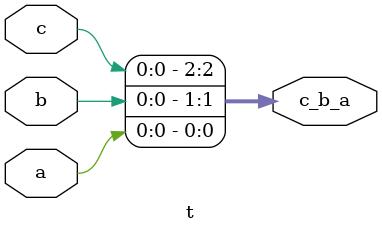
<source format=v>

module t (
  output [2:0] c_b_a,
  input a,
  input b,
  input c
);
  assign c_b_a = {c, {b, a}};
endmodule

</source>
